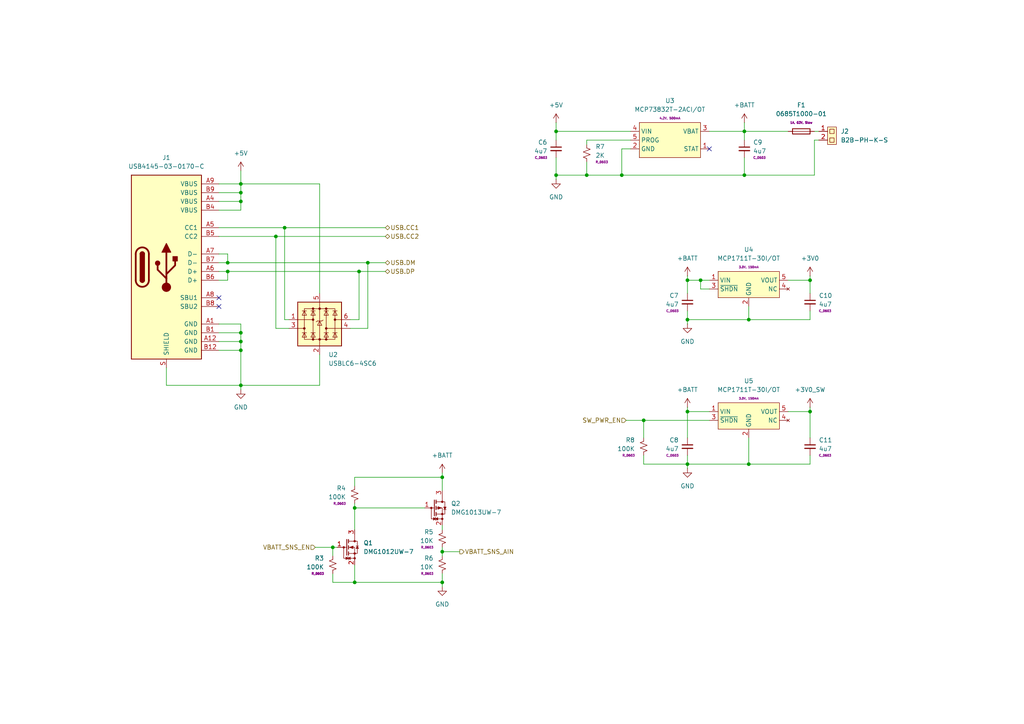
<source format=kicad_sch>
(kicad_sch (version 20250114) (generator "eeschema") (generator_version "9.0")
  (paper "A4")
  (title_block (title "Puzzlebox") (date "2025-12-27") (rev "v1.0") (company "TL Embedded Ltd"))
  (lib_symbols
    (symbol "C_Capacitor:C_0603" (pin_numbers (hide yes)) (pin_names (offset 1.016))
      (property "Reference" "C" (at 3.175 1.905 0))
      (property "Value" "100n" (at 5.08 0 0))
      (property "Size" "C_0603" (at 4.445 -1.905 0))
      (symbol "C_0603_1_1"
        (polyline (pts (xy -1.524 0.508) (xy 1.524 0.508)) (stroke (width 0.3048)))
        (polyline (pts (xy -1.524 -0.508) (xy 1.524 -0.508)) (stroke (width 0.3302)))
        (pin passive line (at 0 2.54 270) (length 2.032) (name "~") (number "1"))
        (pin passive line (at 0 -2.54 90) (length 2.032) (name "~") (number "2"))
      )
    )
    (symbol "F_Fuse:0685T1000-01" (pin_numbers (hide yes)) (pin_names (offset 1.016) (hide yes))
      (property "Reference" "F" (at 2.54 1.778 0))
      (property "Value" "0685T1000-01" (at 1.778 0 0))
      (property "Params" "1A, 63V, Slow" (at 2.032 -1.778 0))
      (symbol "0685T1000-01_1_1"
        (rectangle (start -0.762 -2.54) (end 0.762 2.54) (stroke (width 0.254)))
        (polyline (pts (xy 0 2.54) (xy 0 -2.54)))
        (pin passive line (at 0 3.81 270) (length 1.27) (name "~") (number "1"))
        (pin passive line (at 0 -3.81 90) (length 1.27) (name "~") (number "2"))
      )
    )
    (symbol "J_Connector:B2B-PH-K-S" (pin_names (hide yes))
      (property "Reference" "J" (at -1.27 6.35 0))
      (property "Value" "B2B-PH-K-S" (at 0 -1.27 0))
      (symbol "B2B-PH-K-S_0_1"
        (rectangle (start -1.27 5.08) (end 1.27 0) (stroke (width 0.1524)) (fill (type background)))
        (rectangle (start -0.635 4.445) (end 0.635 3.175) (stroke (width 0.1524)))
        (rectangle (start -0.635 1.905) (end 0.635 0.635) (stroke (width 0.1524)))
      )
      (symbol "B2B-PH-K-S_1_1"
        (pin passive line (at -3.81 3.81 0) (length 2.54) (name "1") (number "1"))
        (pin passive line (at -3.81 1.27 0) (length 2.54) (name "2") (number "2"))
      )
    )
    (symbol "J_Connector:USB4145-03-0170-C" (pin_names (offset 1.016))
      (property "Reference" "J" (at -9.652 32.258 0))
      (property "Value" "USB4145-03-0170-C" (at 10.668 29.718 0))
      (symbol "USB4145-03-0170-C_0_1"
        (polyline (pts (xy -8.89 -3.81) (xy -8.89 3.81)) (stroke (width 0.508)))
        (rectangle (start -7.62 -3.81) (end -6.35 3.81) (stroke (width 0.254)) (fill (type outline)))
        (arc (start -7.62 3.81) (mid -6.985 4.4423) (end -6.35 3.81) (stroke (width 0.254)))
        (arc (start -7.62 3.81) (mid -6.985 4.4423) (end -6.35 3.81) (stroke (width 0.254)) (fill (type outline)))
        (arc (start -8.89 3.81) (mid -6.985 5.7067) (end -5.08 3.81) (stroke (width 0.508)))
        (arc (start -5.08 -3.81) (mid -6.985 -5.7067) (end -8.89 -3.81) (stroke (width 0.508)))
        (arc (start -6.35 -3.81) (mid -6.985 -4.4423) (end -7.62 -3.81) (stroke (width 0.254)))
        (arc (start -6.35 -3.81) (mid -6.985 -4.4423) (end -7.62 -3.81) (stroke (width 0.254)) (fill (type outline)))
        (polyline (pts (xy -5.08 3.81) (xy -5.08 -3.81)) (stroke (width 0.508)))
        (circle (center -2.54 1.143) (radius 0.635) (stroke (width 0.254)) (fill (type outline)))
        (polyline (pts (xy -1.27 4.318) (xy 0 6.858) (xy 1.27 4.318) (xy -1.27 4.318)) (stroke (width 0.254)) (fill (type outline)))
        (polyline (pts (xy 0 -2.032) (xy 2.54 0.508) (xy 2.54 1.778)) (stroke (width 0.508)))
        (polyline (pts (xy 0 -3.302) (xy -2.54 -0.762) (xy -2.54 0.508)) (stroke (width 0.508)))
        (polyline (pts (xy 0 -5.842) (xy 0 4.318)) (stroke (width 0.508)))
        (circle (center 0 -5.842) (radius 1.27) (fill (type outline)))
        (rectangle (start 1.905 1.778) (end 3.175 3.048) (stroke (width 0.254)) (fill (type outline)))
      )
      (symbol "USB4145-03-0170-C_1_1"
        (rectangle (start -10.16 26.67) (end 10.16 -26.67) (stroke (width 0.254)) (fill (type background)))
        (pin passive line (at 0 -29.21 90) (length 2.54) (name "SHIELD") (number "S"))
        (pin passive line (at 15.24 24.13 180) (length 5.08) (name "VBUS") (number "A9"))
        (pin passive line (at 15.24 21.59 180) (length 5.08) (name "VBUS") (number "B9"))
        (pin passive line (at 15.24 19.05 180) (length 5.08) (name "VBUS") (number "A4"))
        (pin passive line (at 15.24 16.51 180) (length 5.08) (name "VBUS") (number "B4"))
        (pin bidirectional line (at 15.24 11.43 180) (length 5.08) (name "CC1") (number "A5"))
        (pin bidirectional line (at 15.24 8.89 180) (length 5.08) (name "CC2") (number "B5"))
        (pin bidirectional line (at 15.24 3.81 180) (length 5.08) (name "D-") (number "A7"))
        (pin bidirectional line (at 15.24 1.27 180) (length 5.08) (name "D-") (number "B7"))
        (pin bidirectional line (at 15.24 -1.27 180) (length 5.08) (name "D+") (number "A6"))
        (pin bidirectional line (at 15.24 -3.81 180) (length 5.08) (name "D+") (number "B6"))
        (pin bidirectional line (at 15.24 -8.89 180) (length 5.08) (name "SBU1") (number "A8"))
        (pin bidirectional line (at 15.24 -11.43 180) (length 5.08) (name "SBU2") (number "B8"))
        (pin passive line (at 15.24 -16.51 180) (length 5.08) (name "GND") (number "A1"))
        (pin passive line (at 15.24 -19.05 180) (length 5.08) (name "GND") (number "B1"))
        (pin passive line (at 15.24 -21.59 180) (length 5.08) (name "GND") (number "A12"))
        (pin passive line (at 15.24 -24.13 180) (length 5.08) (name "GND") (number "B12"))
      )
    )
    (symbol "Q_MOSFET:DMG1012UW-7" (pin_names (offset 0) (hide yes))
      (property "Reference" "Q" (at 2.286 1.524 0))
      (property "Value" "DMG1012UW-7" (at 2.286 -0.508 0))
      (symbol "DMG1012UW-7_0_1"
        (polyline (pts (xy -3.81 0) (xy -2.286 0)))
        (circle (center -3.175 0) (radius 0.254) (fill (type outline)))
        (polyline (pts (xy -2.286 -2.286) (xy -2.286 2.286)) (stroke (width 0.254)))
        (polyline (pts (xy -1.778 2.286) (xy -1.778 1.27)) (stroke (width 0.254)))
        (polyline (pts (xy -1.778 1.778) (xy 0.762 1.778) (xy 0.762 -1.778) (xy -1.778 -1.778)))
        (polyline (pts (xy -1.778 0.508) (xy -1.778 -0.508)) (stroke (width 0.254)))
        (polyline (pts (xy -1.778 -1.27) (xy -1.778 -2.286)) (stroke (width 0.254)))
        (polyline (pts (xy -1.778 -3.683) (xy -1.905 -3.556) (xy -1.905 -2.794) (xy -2.032 -2.667)))
        (polyline (pts (xy -1.4732 0) (xy -0.4572 -0.381) (xy -0.4572 0.381) (xy -1.4732 0)) (fill (type outline)))
        (polyline (pts (xy 0 3.81) (xy 0 1.778)))
        (circle (center 0 1.778) (radius 0.254) (fill (type outline)))
        (circle (center 0 -1.778) (radius 0.254) (fill (type outline)))
        (polyline (pts (xy 0 -3.175) (xy -3.175 -3.175) (xy -3.175 0)))
        (circle (center 0 -3.175) (radius 0.254) (fill (type outline)))
        (polyline (pts (xy 0 -3.81) (xy 0 0) (xy -1.778 0)))
        (polyline (pts (xy 1.143 0.381) (xy 0.381 0.381)))
      )
      (symbol "DMG1012UW-7_1_1"
        (polyline (pts (xy -1.905 -3.175) (xy -2.54 -3.556) (xy -2.54 -2.794) (xy -1.905 -3.175)) (fill (type outline)))
        (polyline (pts (xy -1.905 -3.175) (xy -1.27 -2.794) (xy -1.27 -3.556) (xy -1.905 -3.175)) (fill (type outline)))
        (polyline (pts (xy 0.762 0.3048) (xy 1.143 -0.3302) (xy 0.381 -0.3302) (xy 0.762 0.3048)) (fill (type outline)))
        (pin input line (at -5.08 0 0) (length 1.27) (name "G") (number "1"))
        (pin passive line (at 0 5.08 270) (length 1.27) (name "D") (number "3"))
        (pin passive line (at 0 -5.08 90) (length 1.27) (name "S") (number "2"))
      )
    )
    (symbol "Q_MOSFET:DMG1013UW-7" (pin_names (offset 0) (hide yes))
      (property "Reference" "Q" (at 2.286 1.524 0))
      (property "Value" "DMG1013UW-7" (at 2.286 -0.508 0))
      (symbol "DMG1013UW-7_0_1"
        (polyline (pts (xy -3.81 0) (xy -2.286 0)))
        (circle (center -3.175 0) (radius 0.254) (fill (type outline)))
        (polyline (pts (xy -2.286 -2.286) (xy -2.286 2.286)) (stroke (width 0.254)))
        (polyline (pts (xy -1.778 2.286) (xy -1.778 1.27)) (stroke (width 0.254)))
        (polyline (pts (xy -1.778 1.778) (xy 0.762 1.778) (xy 0.762 -1.778) (xy -1.778 -1.778)))
        (polyline (pts (xy -1.778 0.508) (xy -1.778 -0.508)) (stroke (width 0.254)))
        (polyline (pts (xy -1.778 -1.27) (xy -1.778 -2.286)) (stroke (width 0.254)))
        (polyline (pts (xy -1.778 -3.683) (xy -1.905 -3.556) (xy -1.905 -2.794) (xy -2.032 -2.667)))
        (polyline (pts (xy -0.254 0) (xy -1.27 0.381) (xy -1.27 -0.381) (xy -0.254 0)) (fill (type outline)))
        (polyline (pts (xy 0 3.81) (xy 0 1.778)))
        (circle (center 0 1.778) (radius 0.254) (fill (type outline)))
        (circle (center 0 -1.778) (radius 0.254) (fill (type outline)))
        (polyline (pts (xy 0 -3.175) (xy -3.175 -3.175) (xy -3.175 0)))
        (circle (center 0 -3.175) (radius 0.254) (fill (type outline)))
        (polyline (pts (xy 0 -3.81) (xy 0 0) (xy -1.778 0)))
        (polyline (pts (xy 1.143 -0.4572) (xy 0.381 -0.4572)))
      )
      (symbol "DMG1013UW-7_1_1"
        (polyline (pts (xy -1.905 -3.175) (xy -2.54 -3.556) (xy -2.54 -2.794) (xy -1.905 -3.175)) (fill (type outline)))
        (polyline (pts (xy -1.905 -3.175) (xy -1.27 -2.794) (xy -1.27 -3.556) (xy -1.905 -3.175)) (fill (type outline)))
        (polyline (pts (xy 0.762 -0.381) (xy 0.381 0.254) (xy 1.143 0.254) (xy 0.762 -0.381)) (fill (type outline)))
        (pin input line (at -5.08 0 0) (length 1.27) (name "G") (number "1"))
        (pin passive line (at 0 5.08 270) (length 1.27) (name "D") (number "3"))
        (pin passive line (at 0 -5.08 90) (length 1.27) (name "S") (number "2"))
      )
    )
    (symbol "R_Resistor:R_0603" (pin_numbers (hide yes)) (pin_names (offset 1.016))
      (property "Reference" "R" (at 2.54 1.905 0))
      (property "Value" "10K" (at 3.81 0 0))
      (property "Size" "R_0603" (at 3.81 -1.905 0))
      (symbol "R_0603_1_1"
        (polyline (pts (xy 0 1.524) (xy 1.016 1.143) (xy 0 0.762) (xy -1.016 0.381) (xy 0 0)))
        (polyline (pts (xy 0 0) (xy 1.016 -0.381) (xy 0 -0.762) (xy -1.016 -1.143) (xy 0 -1.524)))
        (pin passive line (at 0 2.54 270) (length 1.016) (name "~") (number "1"))
        (pin passive line (at 0 -2.54 90) (length 1.016) (name "~") (number "2"))
      )
    )
    (symbol "U_Basic:USBLC6-4SC6" (pin_names (hide yes))
      (property "Reference" "U" (at -5.715 8.255 0))
      (property "Value" "USBLC6-4SC6" (at 8.89 -8.255 0))
      (symbol "USBLC6-4SC6_0_0"
        (rectangle (start -4.445 4.445) (end 4.445 -4.445))
        (polyline (pts (xy -1.905 -4.445) (xy -1.905 4.572)))
        (polyline (pts (xy 0 6.35) (xy 0 -6.35)))
        (polyline (pts (xy 1.905 4.572) (xy 1.905 -4.445)))
      )
      (symbol "USBLC6-4SC6_0_1"
        (polyline (pts (xy -6.477 1.27) (xy -1.905 1.27)))
        (rectangle (start -6.35 6.35) (end 6.35 -6.35) (stroke (width 0.254)) (fill (type background)))
        (polyline (pts (xy -6.35 -1.27) (xy -4.445 -1.27)))
        (circle (center -4.445 -1.27) (radius 0.2794) (fill (type outline)))
        (polyline (pts (xy -3.81 3.81) (xy -5.08 3.81)))
        (polyline (pts (xy -3.81 2.54) (xy -5.08 2.54) (xy -4.445 3.81) (xy -3.81 2.54)))
        (polyline (pts (xy -3.81 -2.54) (xy -5.08 -2.54)))
        (polyline (pts (xy -3.81 -3.81) (xy -5.08 -3.81) (xy -4.445 -2.54) (xy -3.81 -3.81)))
        (circle (center -1.905 4.445) (radius 0.2794) (fill (type outline)))
        (circle (center -1.905 1.27) (radius 0.2794) (fill (type outline)))
        (circle (center -1.905 -4.445) (radius 0.2794) (fill (type outline)))
        (polyline (pts (xy -1.27 3.81) (xy -2.54 3.81)))
        (polyline (pts (xy -1.27 2.54) (xy -2.54 2.54) (xy -1.905 3.81) (xy -1.27 2.54)))
        (polyline (pts (xy -1.27 -2.54) (xy -2.54 -2.54)))
        (polyline (pts (xy -1.27 -3.81) (xy -2.54 -3.81) (xy -1.905 -2.54) (xy -1.27 -3.81)))
        (polyline (pts (xy -0.635 0.889) (xy -1.016 0.635)))
        (circle (center 0 4.445) (radius 0.2794) (fill (type outline)))
        (circle (center 0 -4.445) (radius 0.2794) (fill (type outline)))
        (polyline (pts (xy 0.635 0.889) (xy -0.635 0.889)))
        (polyline (pts (xy 0.635 0.889) (xy 1.016 1.143)))
        (polyline (pts (xy 0.635 -0.381) (xy -0.635 -0.381) (xy 0 0.889) (xy 0.635 -0.381)))
        (circle (center 1.905 4.445) (radius 0.2794) (fill (type outline)))
        (circle (center 1.905 -1.27) (radius 0.2794) (fill (type outline)))
        (circle (center 1.905 -4.445) (radius 0.2794) (fill (type outline)))
        (polyline (pts (xy 2.54 3.81) (xy 1.27 3.81)))
        (polyline (pts (xy 2.54 2.54) (xy 1.27 2.54) (xy 1.905 3.81) (xy 2.54 2.54)))
        (polyline (pts (xy 2.54 -2.54) (xy 1.27 -2.54)))
        (polyline (pts (xy 2.54 -3.81) (xy 1.27 -3.81) (xy 1.905 -2.54) (xy 2.54 -3.81)))
        (circle (center 4.445 1.27) (radius 0.2794) (fill (type outline)))
        (polyline (pts (xy 5.08 3.81) (xy 3.81 3.81)))
        (polyline (pts (xy 5.08 2.54) (xy 3.81 2.54) (xy 4.445 3.81) (xy 5.08 2.54)))
        (polyline (pts (xy 5.08 -2.54) (xy 3.81 -2.54)))
        (polyline (pts (xy 5.08 -3.81) (xy 3.81 -3.81) (xy 4.445 -2.54) (xy 5.08 -3.81)))
        (polyline (pts (xy 6.35 1.27) (xy 4.445 1.27)))
        (polyline (pts (xy 6.35 -1.27) (xy 1.905 -1.27)))
      )
      (symbol "USBLC6-4SC6_1_1"
        (pin passive line (at -8.89 1.27 0) (length 2.54) (name "~") (number "1"))
        (pin passive line (at -8.89 -1.27 0) (length 2.54) (name "~") (number "3"))
        (pin passive line (at 0 8.89 270) (length 2.54) (name "~") (number "5"))
        (pin passive line (at 0 -8.89 90) (length 2.54) (name "~") (number "2"))
        (pin passive line (at 8.89 1.27 180) (length 2.54) (name "~") (number "6"))
        (pin passive line (at 8.89 -1.27 180) (length 2.54) (name "~") (number "4"))
      )
    )
    (symbol "U_Power:MCP1711T-30I/OT"
      (property "Reference" "U" (at -7.62 6.35 0))
      (property "Value" "MCP1711T-30I/OT" (at 12.7 -3.81 0))
      (property "Params" "3.0V, 150mA" (at 6.35 -5.08 0))
      (symbol "MCP1711T-30I/OT_0_1"
        (rectangle (start -8.89 -2.54) (end 8.89 5.08) (stroke (width 0.1524)) (fill (type background)))
      )
      (symbol "MCP1711T-30I/OT_1_1"
        (pin power_in line (at -11.43 2.54 0) (length 2.54) (name "VIN") (number "1"))
        (pin input line (at -11.43 0 0) (length 2.54) (name "~{SHDN}") (number "3"))
        (pin power_in line (at 0 -5.08 90) (length 2.54) (name "GND") (number "2"))
        (pin power_out line (at 11.43 2.54 180) (length 2.54) (name "VOUT") (number "5"))
        (pin no_connect line (at 11.43 0 180) (length 2.54) (name "NC") (number "4"))
      )
    )
    (symbol "U_Power:MCP73832T-2ACI/OT"
      (property "Reference" "U" (at -7.62 6.35 0))
      (property "Value" "MCP73832T-2ACI/OT" (at 0 -6.35 0))
      (property "Params" "4.2V, 500mA" (at 0.1243 -7.9502 0))
      (symbol "MCP73832T-2ACI/OT_0_1"
        (rectangle (start -8.89 5.08) (end 8.89 -5.08) (stroke (width 0.1524)) (fill (type background)))
      )
      (symbol "MCP73832T-2ACI/OT_1_1"
        (pin power_in line (at -11.43 2.54 0) (length 2.54) (name "VIN") (number "4"))
        (pin input line (at -11.43 0 0) (length 2.54) (name "PROG") (number "5"))
        (pin power_in line (at -11.43 -2.54 0) (length 2.54) (name "GND") (number "2"))
        (pin power_out line (at 11.43 2.54 180) (length 2.54) (name "VBAT") (number "3"))
        (pin output line (at 11.43 -2.54 180) (length 2.54) (name "STAT") (number "1"))
      )
    )
    (symbol "power:+5V" (power) (pin_numbers (hide yes)) (pin_names (offset 0) (hide yes))
      (property "Value" "+5V" (at 0 3.556 0))
      (symbol "+5V_0_1"
        (polyline (pts (xy -0.762 1.27) (xy 0 2.54)))
        (polyline (pts (xy 0 2.54) (xy 0.762 1.27)))
        (polyline (pts (xy 0 0) (xy 0 2.54)))
      )
      (symbol "+5V_1_1"
        (pin power_in line (at 0 0 90) (length 0) (name "~") (number "1"))
      )
    )
    (symbol "power:+BATT" (power) (pin_numbers (hide yes)) (pin_names (offset 0) (hide yes))
      (property "Value" "+BATT" (at 0 3.556 0))
      (symbol "+BATT_0_1"
        (polyline (pts (xy -0.762 1.27) (xy 0 2.54)))
        (polyline (pts (xy 0 2.54) (xy 0.762 1.27)))
        (polyline (pts (xy 0 0) (xy 0 2.54)))
      )
      (symbol "+BATT_1_1"
        (pin power_in line (at 0 0 90) (length 0) (name "~") (number "1"))
      )
    )
    (symbol "power:GND" (power) (pin_numbers (hide yes)) (pin_names (offset 0) (hide yes))
      (property "Value" "GND" (at 0 -3.81 0))
      (symbol "GND_0_1"
        (polyline (pts (xy 0 0) (xy 0 -1.27) (xy 1.27 -1.27) (xy 0 -2.54) (xy -1.27 -1.27) (xy 0 -1.27)))
      )
      (symbol "GND_1_1"
        (pin power_in line (at 0 0 270) (length 0) (name "~") (number "1"))
      )
    )
    (symbol "power:VDD" (power) (pin_numbers (hide yes)) (pin_names (offset 0) (hide yes))
      (property "Value" "VDD" (at 0 3.556 0))
      (symbol "VDD_0_1"
        (polyline (pts (xy -0.762 1.27) (xy 0 2.54)))
        (polyline (pts (xy 0 2.54) (xy 0.762 1.27)))
        (polyline (pts (xy 0 0) (xy 0 2.54)))
      )
      (symbol "VDD_1_1"
        (pin power_in line (at 0 0 90) (length 0) (name "~") (number "1"))
      )
    )
  )
  (junction (at 69.85 55.88))
  (junction (at 161.29 38.1))
  (junction (at 217.17 134.62))
  (junction (at 128.27 138.43))
  (junction (at 106.68 76.2))
  (junction (at 104.14 78.74))
  (junction (at 215.9 50.8))
  (junction (at 102.87 168.91))
  (junction (at 69.85 96.52))
  (junction (at 69.85 53.34))
  (junction (at 217.17 92.71))
  (junction (at 102.87 147.32))
  (junction (at 180.34 50.8))
  (junction (at 69.85 99.06))
  (junction (at 234.95 119.38))
  (junction (at 203.2 81.28))
  (junction (at 96.52 158.75))
  (junction (at 234.95 81.28))
  (junction (at 82.55 66.04))
  (junction (at 80.01 68.58))
  (junction (at 199.39 134.62))
  (junction (at 186.69 121.92))
  (junction (at 69.85 101.6))
  (junction (at 215.9 38.1))
  (junction (at 66.04 76.2))
  (junction (at 128.27 168.91))
  (junction (at 69.85 58.42))
  (junction (at 161.29 50.8))
  (junction (at 128.27 160.02))
  (junction (at 170.18 50.8))
  (junction (at 66.04 78.74))
  (junction (at 199.39 81.28))
  (junction (at 69.85 111.76))
  (junction (at 199.39 119.38))
  (junction (at 199.39 92.71))
  (no_connect (at 63.5 88.9))
  (no_connect (at 205.74 43.18))
  (no_connect (at 63.5 86.36))
  (wire (pts (xy 199.39 81.28) (xy 199.39 80.01)))
  (wire (pts (xy 128.27 138.43) (xy 128.27 142.24)))
  (wire (pts (xy 217.17 88.9) (xy 217.17 92.71)))
  (wire (pts (xy 180.34 43.18) (xy 180.34 50.8)))
  (wire (pts (xy 161.29 45.72) (xy 161.29 50.8)))
  (wire (pts (xy 199.39 119.38) (xy 199.39 118.11)))
  (wire (pts (xy 101.6 95.25) (xy 106.68 95.25)))
  (wire (pts (xy 199.39 119.38) (xy 199.39 127)))
  (wire (pts (xy 234.95 127) (xy 234.95 119.38)))
  (wire (pts (xy 215.9 50.8) (xy 236.22 50.8)))
  (wire (pts (xy 69.85 49.53) (xy 69.85 53.34)))
  (wire (pts (xy 69.85 93.98) (xy 69.85 96.52)))
  (wire (pts (xy 234.95 90.17) (xy 234.95 92.71)))
  (wire (pts (xy 80.01 95.25) (xy 80.01 68.58)))
  (wire (pts (xy 63.5 53.34) (xy 69.85 53.34)))
  (wire (pts (xy 236.22 40.64) (xy 236.22 50.8)))
  (wire (pts (xy 161.29 50.8) (xy 170.18 50.8)))
  (wire (pts (xy 215.9 38.1) (xy 215.9 40.64)))
  (wire (pts (xy 234.95 80.01) (xy 234.95 81.28)))
  (wire (pts (xy 69.85 53.34) (xy 69.85 55.88)))
  (wire (pts (xy 234.95 118.11) (xy 234.95 119.38)))
  (wire (pts (xy 102.87 168.91) (xy 102.87 163.83)))
  (wire (pts (xy 205.74 38.1) (xy 215.9 38.1)))
  (wire (pts (xy 234.95 81.28) (xy 228.6 81.28)))
  (wire (pts (xy 161.29 40.64) (xy 161.29 38.1)))
  (wire (pts (xy 69.85 96.52) (xy 69.85 99.06)))
  (wire (pts (xy 83.82 92.71) (xy 82.55 92.71)))
  (wire (pts (xy 205.74 83.82) (xy 203.2 83.82)))
  (wire (pts (xy 104.14 78.74) (xy 111.76 78.74)))
  (wire (pts (xy 102.87 140.97) (xy 102.87 138.43)))
  (wire (pts (xy 48.26 111.76) (xy 69.85 111.76)))
  (wire (pts (xy 199.39 135.89) (xy 199.39 134.62)))
  (wire (pts (xy 82.55 66.04) (xy 111.76 66.04)))
  (wire (pts (xy 83.82 95.25) (xy 80.01 95.25)))
  (wire (pts (xy 236.22 38.1) (xy 237.49 38.1)))
  (wire (pts (xy 161.29 35.56) (xy 161.29 38.1)))
  (wire (pts (xy 128.27 160.02) (xy 133.35 160.02)))
  (wire (pts (xy 199.39 92.71) (xy 217.17 92.71)))
  (wire (pts (xy 63.5 68.58) (xy 80.01 68.58)))
  (wire (pts (xy 66.04 78.74) (xy 104.14 78.74)))
  (wire (pts (xy 96.52 166.37) (xy 96.52 168.91)))
  (wire (pts (xy 69.85 99.06) (xy 69.85 101.6)))
  (wire (pts (xy 48.26 106.68) (xy 48.26 111.76)))
  (wire (pts (xy 92.71 53.34) (xy 69.85 53.34)))
  (wire (pts (xy 161.29 50.8) (xy 161.29 52.07)))
  (wire (pts (xy 102.87 138.43) (xy 128.27 138.43)))
  (wire (pts (xy 199.39 132.08) (xy 199.39 134.62)))
  (wire (pts (xy 63.5 58.42) (xy 69.85 58.42)))
  (wire (pts (xy 203.2 83.82) (xy 203.2 81.28)))
  (wire (pts (xy 203.2 81.28) (xy 199.39 81.28)))
  (wire (pts (xy 63.5 78.74) (xy 66.04 78.74)))
  (wire (pts (xy 96.52 168.91) (xy 102.87 168.91)))
  (wire (pts (xy 205.74 81.28) (xy 203.2 81.28)))
  (wire (pts (xy 182.88 43.18) (xy 180.34 43.18)))
  (wire (pts (xy 69.85 55.88) (xy 69.85 58.42)))
  (wire (pts (xy 69.85 101.6) (xy 69.85 111.76)))
  (wire (pts (xy 92.71 102.87) (xy 92.71 111.76)))
  (wire (pts (xy 106.68 95.25) (xy 106.68 76.2)))
  (wire (pts (xy 69.85 58.42) (xy 69.85 60.96)))
  (wire (pts (xy 69.85 111.76) (xy 92.71 111.76)))
  (wire (pts (xy 199.39 81.28) (xy 199.39 85.09)))
  (wire (pts (xy 66.04 73.66) (xy 66.04 76.2)))
  (wire (pts (xy 69.85 60.96) (xy 63.5 60.96)))
  (wire (pts (xy 66.04 76.2) (xy 106.68 76.2)))
  (wire (pts (xy 123.19 147.32) (xy 102.87 147.32)))
  (wire (pts (xy 180.34 50.8) (xy 215.9 50.8)))
  (wire (pts (xy 161.29 38.1) (xy 182.88 38.1)))
  (wire (pts (xy 63.5 81.28) (xy 66.04 81.28)))
  (wire (pts (xy 234.95 92.71) (xy 217.17 92.71)))
  (wire (pts (xy 199.39 119.38) (xy 205.74 119.38)))
  (wire (pts (xy 186.69 132.08) (xy 186.69 134.62)))
  (wire (pts (xy 63.5 73.66) (xy 66.04 73.66)))
  (wire (pts (xy 128.27 166.37) (xy 128.27 168.91)))
  (wire (pts (xy 102.87 147.32) (xy 102.87 153.67)))
  (wire (pts (xy 128.27 160.02) (xy 128.27 161.29)))
  (wire (pts (xy 215.9 35.56) (xy 215.9 38.1)))
  (wire (pts (xy 186.69 121.92) (xy 186.69 127)))
  (wire (pts (xy 234.95 134.62) (xy 217.17 134.62)))
  (wire (pts (xy 199.39 93.98) (xy 199.39 92.71)))
  (wire (pts (xy 199.39 134.62) (xy 217.17 134.62)))
  (wire (pts (xy 181.61 121.92) (xy 186.69 121.92)))
  (wire (pts (xy 170.18 40.64) (xy 170.18 41.91)))
  (wire (pts (xy 63.5 76.2) (xy 66.04 76.2)))
  (wire (pts (xy 63.5 93.98) (xy 69.85 93.98)))
  (wire (pts (xy 128.27 170.18) (xy 128.27 168.91)))
  (wire (pts (xy 128.27 158.75) (xy 128.27 160.02)))
  (wire (pts (xy 182.88 40.64) (xy 170.18 40.64)))
  (wire (pts (xy 234.95 85.09) (xy 234.95 81.28)))
  (wire (pts (xy 96.52 161.29) (xy 96.52 158.75)))
  (wire (pts (xy 63.5 101.6) (xy 69.85 101.6)))
  (wire (pts (xy 215.9 38.1) (xy 228.6 38.1)))
  (wire (pts (xy 234.95 132.08) (xy 234.95 134.62)))
  (wire (pts (xy 63.5 96.52) (xy 69.85 96.52)))
  (wire (pts (xy 199.39 90.17) (xy 199.39 92.71)))
  (wire (pts (xy 91.44 158.75) (xy 96.52 158.75)))
  (wire (pts (xy 66.04 81.28) (xy 66.04 78.74)))
  (wire (pts (xy 237.49 40.64) (xy 236.22 40.64)))
  (wire (pts (xy 63.5 55.88) (xy 69.85 55.88)))
  (wire (pts (xy 82.55 92.71) (xy 82.55 66.04)))
  (wire (pts (xy 80.01 68.58) (xy 111.76 68.58)))
  (wire (pts (xy 63.5 66.04) (xy 82.55 66.04)))
  (wire (pts (xy 96.52 158.75) (xy 97.79 158.75)))
  (wire (pts (xy 92.71 85.09) (xy 92.71 53.34)))
  (wire (pts (xy 63.5 99.06) (xy 69.85 99.06)))
  (wire (pts (xy 102.87 168.91) (xy 128.27 168.91)))
  (wire (pts (xy 104.14 92.71) (xy 104.14 78.74)))
  (wire (pts (xy 180.34 50.8) (xy 170.18 50.8)))
  (wire (pts (xy 215.9 45.72) (xy 215.9 50.8)))
  (wire (pts (xy 101.6 92.71) (xy 104.14 92.71)))
  (wire (pts (xy 69.85 111.76) (xy 69.85 113.03)))
  (wire (pts (xy 106.68 76.2) (xy 111.76 76.2)))
  (wire (pts (xy 128.27 137.16) (xy 128.27 138.43)))
  (wire (pts (xy 102.87 146.05) (xy 102.87 147.32)))
  (wire (pts (xy 186.69 134.62) (xy 199.39 134.62)))
  (wire (pts (xy 217.17 127) (xy 217.17 134.62)))
  (wire (pts (xy 128.27 152.4) (xy 128.27 153.67)))
  (wire (pts (xy 234.95 119.38) (xy 228.6 119.38)))
  (wire (pts (xy 170.18 50.8) (xy 170.18 46.99)))
  (wire (pts (xy 186.69 121.92) (xy 205.74 121.92)))
  (hierarchical_label "USB.DM" (shape bidirectional) (at 111.76 76.2 0))
  (hierarchical_label "VBATT_SNS_AIN" (shape output) (at 133.35 160.02 0))
  (hierarchical_label "SW_PWR_EN" (shape input) (at 181.61 121.92 180))
  (hierarchical_label "VBATT_SNS_EN" (shape input) (at 91.44 158.75 180))
  (hierarchical_label "USB.CC2" (shape bidirectional) (at 111.76 68.58 0))
  (hierarchical_label "USB.CC1" (shape bidirectional) (at 111.76 66.04 0))
  (hierarchical_label "USB.DP" (shape bidirectional) (at 111.76 78.74 0))
  (symbol (lib_id "power:+5V") (at 69.85 49.53 0) (unit 1)
    (property "Reference" "#PWR011" (effects (hide yes)))
    (property "Value" "+5V" (at 69.85 44.45 0))
    (property "Description" "Power symbol creates a global label with name \"+5V\"" (effects (hide yes)))
  )
  (symbol (lib_id "power:GND") (at 199.39 135.89 0) (unit 1)
    (property "Reference" "#PWR020" (effects (hide yes)))
    (property "Value" "GND" (at 199.39 140.97 0))
    (property "Description" "Power symbol creates a global label with name \"GND\" , ground" (effects (hide yes)))
  )
  (symbol (lib_id "U_Power:MCP1711T-30I/OT") (at 217.17 121.92 0) (unit 1)
    (property "Reference" "U5" (at 217.17 110.49 0))
    (property "Value" "MCP1711T-30I/OT" (at 217.17 113.03 0))
    (property "Footprint" "U_IC:SOT23_5" (effects (hide yes)))
    (property "Datasheet" "https://ww1.microchip.com/downloads/en/DeviceDoc/20005415D.pdf" (effects (hide yes)))
    (property "Description" "IC REG LINEAR 3V 150MA SOT23-5" (effects (hide yes)))
    (property "Params" "3.0V, 150mA" (at 217.17 115.57 0) (effects (font (size 0.6 0.6))))
  )
  (symbol (lib_id "R_Resistor:R_0603") (at 102.87 143.51 0) (mirror x) (unit 1)
    (property "Reference" "R4" (at 100.33 141.6049 0) (effects (justify right)))
    (property "Value" "100K" (at 100.33 144.1449 0) (effects (justify right)))
    (property "Footprint" "R_Resistor:R_0603" (effects (hide yes)))
    (property "Size" "R_0603" (at 100.33 146.05 0) (effects (font (size 0.635 0.635)) (justify right)))
  )
  (symbol (lib_id "R_Resistor:R_0603") (at 170.18 44.45 0) (unit 1)
    (property "Reference" "R7" (at 172.72 42.5449 0) (effects (justify left)))
    (property "Value" "2K" (at 172.72 45.0849 0) (effects (justify left)))
    (property "Footprint" "R_Resistor:R_0603" (effects (hide yes)))
    (property "Size" "R_0603" (at 172.72 46.99 0) (effects (font (size 0.635 0.635)) (justify left)))
  )
  (symbol (lib_id "power:GND") (at 161.29 52.07 0) (unit 1)
    (property "Reference" "#PWR016" (effects (hide yes)))
    (property "Value" "GND" (at 161.29 57.15 0))
    (property "Description" "Power symbol creates a global label with name \"GND\" , ground" (effects (hide yes)))
  )
  (symbol (lib_id "U_Basic:USBLC6-4SC6") (at 92.71 93.98 0) (unit 1)
    (property "Reference" "U2" (at 95.25 102.87 0) (effects (justify left)))
    (property "Value" "USBLC6-4SC6" (at 95.25 105.41 0) (effects (justify left)))
    (property "Footprint" "U_IC:SOT23_6" (effects (hide yes)))
    (property "Description" "TVS DIODE 5.25VWM 17VC SOT23-6" (effects (hide yes)))
  )
  (symbol (lib_id "power:VDD") (at 234.95 80.01 0) (unit 1)
    (property "Reference" "#PWR022" (effects (hide yes)))
    (property "Value" "+3V0" (at 234.95 74.93 0))
    (property "Description" "Power symbol creates a global label with name \"+3V0\"" (effects (hide yes)))
  )
  (symbol (lib_id "C_Capacitor:C_0603") (at 199.39 129.54 0) (unit 1)
    (property "Reference" "C8" (at 196.85 127.6412 0) (effects (justify right)))
    (property "Value" "4u7" (at 196.85 130.1812 0) (effects (justify right)))
    (property "Footprint" "C_Capacitor:C_0603" (effects (hide yes)))
    (property "Size" "C_0603" (at 196.85 132.0863 0) (effects (font (size 0.635 0.635)) (justify right)))
  )
  (symbol (lib_id "U_Power:MCP73832T-2ACI/OT") (at 194.31 40.64 0) (unit 1)
    (property "Reference" "U3" (at 194.31 29.21 0))
    (property "Value" "MCP73832T-2ACI/OT" (at 194.31 31.75 0))
    (property "Footprint" "U_IC:SOT23_5" (effects (hide yes)))
    (property "Datasheet" "https://ww1.microchip.com/downloads/en/DeviceDoc/MCP73831-Family-Data-Sheet-DS20001984H.pdf" (effects (hide yes)))
    (property "Description" "IC BATT CNTL LI-ION 1CEL SOT23-5" (effects (hide yes)))
    (property "Params" "4.2V, 500mA" (at 194.31 34.29 0) (effects (font (size 0.63 0.63))))
  )
  (symbol (lib_id "Q_MOSFET:DMG1013UW-7") (at 128.27 147.32 0) (unit 1)
    (property "Reference" "Q2" (at 130.81 146.0499 0) (effects (justify left)))
    (property "Value" "DMG1013UW-7" (at 130.81 148.5899 0) (effects (justify left)))
    (property "Footprint" "U_IC:SC70-3" (effects (hide yes)))
    (property "Datasheet" "https://www.diodes.com/assets/Datasheets/ds31861.pdf" (effects (hide yes)))
    (property "Description" "MOSFET P-CH 20V 820MA SOT323" (effects (hide yes)))
  )
  (symbol (lib_id "R_Resistor:R_0603") (at 128.27 163.83 0) (mirror x) (unit 1)
    (property "Reference" "R6" (at 125.73 161.9249 0) (effects (justify right)))
    (property "Value" "10K" (at 125.73 164.4649 0) (effects (justify right)))
    (property "Footprint" "R_Resistor:R_0603" (effects (hide yes)))
    (property "Size" "R_0603" (at 125.73 166.37 0) (effects (font (size 0.635 0.635)) (justify right)))
  )
  (symbol (lib_id "J_Connector:B2B-PH-K-S") (at 241.3 41.91 0) (unit 1)
    (property "Reference" "J2" (at 243.84 38.0999 0) (effects (justify left)))
    (property "Value" "B2B-PH-K-S" (at 243.84 40.6399 0) (effects (justify left)))
    (property "Footprint" "J_Connector:JST_B2B-PH-K" (effects (hide yes)))
    (property "Datasheet" "https://www.jst-mfg.com/product/pdf/eng/ePH.pdf" (effects (hide yes)))
    (property "Description" "CONN HEADER VERT 2POS 2MM" (effects (hide yes)))
  )
  (symbol (lib_id "C_Capacitor:C_0603") (at 234.95 129.54 0) (mirror y) (unit 1)
    (property "Reference" "C11" (at 237.49 127.6412 0) (effects (justify right)))
    (property "Value" "4u7" (at 237.49 130.1812 0) (effects (justify right)))
    (property "Footprint" "C_Capacitor:C_0603" (effects (hide yes)))
    (property "Size" "C_0603" (at 237.49 132.0863 0) (effects (font (size 0.635 0.635)) (justify right)))
  )
  (symbol (lib_id "R_Resistor:R_0603") (at 96.52 163.83 0) (mirror x) (unit 1)
    (property "Reference" "R3" (at 93.98 161.9249 0) (effects (justify right)))
    (property "Value" "100K" (at 93.98 164.4649 0) (effects (justify right)))
    (property "Footprint" "R_Resistor:R_0603" (effects (hide yes)))
    (property "Size" "R_0603" (at 93.98 166.37 0) (effects (font (size 0.635 0.635)) (justify right)))
  )
  (symbol (lib_id "power:+5V") (at 161.29 35.56 0) (unit 1)
    (property "Reference" "#PWR015" (effects (hide yes)))
    (property "Value" "+5V" (at 161.29 30.48 0))
    (property "Description" "Power symbol creates a global label with name \"+5V\"" (effects (hide yes)))
  )
  (symbol (lib_id "C_Capacitor:C_0603") (at 199.39 87.63 0) (unit 1)
    (property "Reference" "C7" (at 196.85 85.7312 0) (effects (justify right)))
    (property "Value" "4u7" (at 196.85 88.2712 0) (effects (justify right)))
    (property "Footprint" "C_Capacitor:C_0603" (effects (hide yes)))
    (property "Size" "C_0603" (at 196.85 90.1763 0) (effects (font (size 0.635 0.635)) (justify right)))
  )
  (symbol (lib_id "F_Fuse:0685T1000-01") (at 232.41 38.1 90) (unit 1)
    (property "Reference" "F1" (at 232.41 30.48 90))
    (property "Value" "0685T1000-01" (at 232.41 33.02 90))
    (property "Footprint" "F_Fuse:F_1206" (effects (hide yes)))
    (property "Datasheet" "https://www.belfuse.com/resources/datasheets/circuitprotection/ds-cp-c2f-series.pdf" (effects (hide yes)))
    (property "Description" "FUSE BRD MNT 1.0A 63VAC/VDC 1206" (effects (hide yes)))
    (property "Params" "1A, 63V, Slow" (at 232.41 35.56 90) (effects (font (size 0.6096 0.6096))))
  )
  (symbol (lib_id "R_Resistor:R_0603") (at 186.69 129.54 0) (mirror x) (unit 1)
    (property "Reference" "R8" (at 184.15 127.6349 0) (effects (justify right)))
    (property "Value" "100K" (at 184.15 130.1749 0) (effects (justify right)))
    (property "Footprint" "R_Resistor:R_0603" (effects (hide yes)))
    (property "Size" "R_0603" (at 184.15 132.08 0) (effects (font (size 0.635 0.635)) (justify right)))
  )
  (symbol (lib_id "J_Connector:USB4145-03-0170-C") (at 48.26 77.47 0) (unit 1)
    (property "Reference" "J1" (at 48.26 45.72 0))
    (property "Value" "USB4145-03-0170-C" (at 48.26 48.26 0))
    (property "Footprint" "J_Connector:USB_C_USB4145-03-0170-C" (effects (hide yes)))
    (property "Datasheet" "https://mm.digikey.com/Volume0/opasdata/d220001/medias/docus/5561/USB4145%20-%20Product%20Drawing.pdf" (effects (hide yes)))
    (property "Description" "USB 2.0 TYPE-C RECPT VERT SMT 1" (effects (hide yes)))
  )
  (symbol (lib_id "power:GND") (at 199.39 93.98 0) (unit 1)
    (property "Reference" "#PWR018" (effects (hide yes)))
    (property "Value" "GND" (at 199.39 99.06 0))
    (property "Description" "Power symbol creates a global label with name \"GND\" , ground" (effects (hide yes)))
  )
  (symbol (lib_id "power:+BATT") (at 199.39 118.11 0) (unit 1)
    (property "Reference" "#PWR019" (effects (hide yes)))
    (property "Value" "+BATT" (at 199.39 113.03 0))
    (property "Description" "Power symbol creates a global label with name \"+BATT\"" (effects (hide yes)))
  )
  (symbol (lib_id "C_Capacitor:C_0603") (at 234.95 87.63 0) (mirror y) (unit 1)
    (property "Reference" "C10" (at 237.49 85.7312 0) (effects (justify right)))
    (property "Value" "4u7" (at 237.49 88.2712 0) (effects (justify right)))
    (property "Footprint" "C_Capacitor:C_0603" (effects (hide yes)))
    (property "Size" "C_0603" (at 237.49 90.1763 0) (effects (font (size 0.635 0.635)) (justify right)))
  )
  (symbol (lib_id "power:VDD") (at 234.95 118.11 0) (unit 1)
    (property "Reference" "#PWR023" (effects (hide yes)))
    (property "Value" "+3V0_SW" (at 234.95 113.03 0))
    (property "Description" "Power symbol creates a global label with name \"+3V0_SW\"" (effects (hide yes)))
  )
  (symbol (lib_id "C_Capacitor:C_0603") (at 215.9 43.18 0) (mirror y) (unit 1)
    (property "Reference" "C9" (at 218.44 41.2812 0) (effects (justify right)))
    (property "Value" "4u7" (at 218.44 43.8212 0) (effects (justify right)))
    (property "Footprint" "C_Capacitor:C_0603" (effects (hide yes)))
    (property "Size" "C_0603" (at 218.44 45.7263 0) (effects (font (size 0.635 0.635)) (justify right)))
  )
  (symbol (lib_id "power:GND") (at 128.27 170.18 0) (unit 1)
    (property "Reference" "#PWR014" (effects (hide yes)))
    (property "Value" "GND" (at 128.27 175.26 0))
    (property "Description" "Power symbol creates a global label with name \"GND\" , ground" (effects (hide yes)))
  )
  (symbol (lib_id "power:GND") (at 69.85 113.03 0) (unit 1)
    (property "Reference" "#PWR012" (effects (hide yes)))
    (property "Value" "GND" (at 69.85 118.11 0))
    (property "Description" "Power symbol creates a global label with name \"GND\" , ground" (effects (hide yes)))
  )
  (symbol (lib_id "power:+BATT") (at 128.27 137.16 0) (unit 1)
    (property "Reference" "#PWR013" (effects (hide yes)))
    (property "Value" "+BATT" (at 128.27 132.08 0))
    (property "Description" "Power symbol creates a global label with name \"+BATT\"" (effects (hide yes)))
  )
  (symbol (lib_id "C_Capacitor:C_0603") (at 161.29 43.18 0) (unit 1)
    (property "Reference" "C6" (at 158.75 41.2812 0) (effects (justify right)))
    (property "Value" "4u7" (at 158.75 43.8212 0) (effects (justify right)))
    (property "Footprint" "C_Capacitor:C_0603" (effects (hide yes)))
    (property "Size" "C_0603" (at 158.75 45.7263 0) (effects (font (size 0.635 0.635)) (justify right)))
  )
  (symbol (lib_id "power:+BATT") (at 199.39 80.01 0) (unit 1)
    (property "Reference" "#PWR017" (effects (hide yes)))
    (property "Value" "+BATT" (at 199.39 74.93 0))
    (property "Description" "Power symbol creates a global label with name \"+BATT\"" (effects (hide yes)))
  )
  (symbol (lib_id "Q_MOSFET:DMG1012UW-7") (at 102.87 158.75 0) (unit 1)
    (property "Reference" "Q1" (at 105.41 157.4799 0) (effects (justify left)))
    (property "Value" "DMG1012UW-7" (at 105.41 160.0199 0) (effects (justify left)))
    (property "Footprint" "U_IC:SC70-3" (effects (hide yes)))
    (property "Datasheet" "https://www.diodes.com/assets/Datasheets/DMG1012UW.pdf" (effects (hide yes)))
    (property "Description" "MOSFET N-CH 20V 1A SOT323" (effects (hide yes)))
  )
  (symbol (lib_id "power:+BATT") (at 215.9 35.56 0) (unit 1)
    (property "Reference" "#PWR021" (effects (hide yes)))
    (property "Value" "+BATT" (at 215.9 30.48 0))
    (property "Description" "Power symbol creates a global label with name \"+BATT\"" (effects (hide yes)))
  )
  (symbol (lib_id "R_Resistor:R_0603") (at 128.27 156.21 0) (mirror x) (unit 1)
    (property "Reference" "R5" (at 125.73 154.3049 0) (effects (justify right)))
    (property "Value" "10K" (at 125.73 156.8449 0) (effects (justify right)))
    (property "Footprint" "R_Resistor:R_0603" (effects (hide yes)))
    (property "Size" "R_0603" (at 125.73 158.75 0) (effects (font (size 0.635 0.635)) (justify right)))
  )
  (symbol (lib_id "U_Power:MCP1711T-30I/OT") (at 217.17 83.82 0) (unit 1)
    (property "Reference" "U4" (at 217.17 72.39 0))
    (property "Value" "MCP1711T-30I/OT" (at 217.17 74.93 0))
    (property "Footprint" "U_IC:SOT23_5" (effects (hide yes)))
    (property "Datasheet" "https://ww1.microchip.com/downloads/en/DeviceDoc/20005415D.pdf" (effects (hide yes)))
    (property "Description" "IC REG LINEAR 3V 150MA SOT23-5" (effects (hide yes)))
    (property "Params" "3.0V, 150mA" (at 217.17 77.47 0) (effects (font (size 0.6 0.6))))
  )
)
</source>
